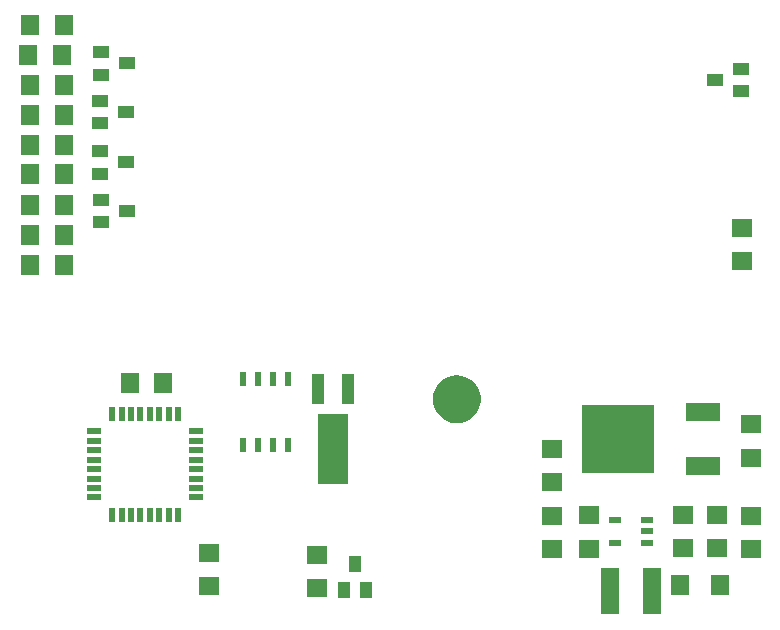
<source format=gtp>
G75*
%MOIN*%
%OFA0B0*%
%FSLAX25Y25*%
%IPPOS*%
%LPD*%
%AMOC8*
5,1,8,0,0,1.08239X$1,22.5*
%
%ADD10R,0.05512X0.03937*%
%ADD11C,0.07874*%
%ADD12R,0.07087X0.06299*%
%ADD13R,0.06299X0.07087*%
%ADD14R,0.02200X0.05000*%
%ADD15R,0.05000X0.02200*%
%ADD16R,0.24409X0.22835*%
%ADD17R,0.11811X0.06299*%
%ADD18R,0.03937X0.09843*%
%ADD19R,0.09843X0.23622*%
%ADD20R,0.07098X0.06299*%
%ADD21R,0.03937X0.05512*%
%ADD22R,0.02362X0.04724*%
%ADD23R,0.04331X0.02362*%
%ADD24R,0.05984X0.06614*%
%ADD25R,0.05906X0.15748*%
%ADD26R,0.06299X0.07098*%
D10*
X0052569Y0151960D03*
X0052569Y0159440D03*
X0061231Y0155700D03*
X0052369Y0168160D03*
X0052369Y0175640D03*
X0061031Y0171900D03*
X0052369Y0184960D03*
X0052369Y0192440D03*
X0052569Y0201160D03*
X0052569Y0208640D03*
X0061231Y0204900D03*
X0061031Y0188700D03*
X0257369Y0199300D03*
X0266031Y0195560D03*
X0266031Y0203040D03*
D11*
X0167306Y0092959D02*
X0167308Y0093084D01*
X0167314Y0093209D01*
X0167324Y0093333D01*
X0167338Y0093457D01*
X0167355Y0093581D01*
X0167377Y0093704D01*
X0167403Y0093826D01*
X0167432Y0093948D01*
X0167465Y0094068D01*
X0167503Y0094187D01*
X0167543Y0094306D01*
X0167588Y0094422D01*
X0167636Y0094537D01*
X0167688Y0094651D01*
X0167744Y0094763D01*
X0167803Y0094873D01*
X0167865Y0094981D01*
X0167931Y0095088D01*
X0168000Y0095192D01*
X0168073Y0095293D01*
X0168148Y0095393D01*
X0168227Y0095490D01*
X0168309Y0095584D01*
X0168394Y0095676D01*
X0168481Y0095765D01*
X0168572Y0095851D01*
X0168665Y0095934D01*
X0168761Y0096015D01*
X0168859Y0096092D01*
X0168959Y0096166D01*
X0169062Y0096237D01*
X0169167Y0096304D01*
X0169275Y0096369D01*
X0169384Y0096429D01*
X0169495Y0096487D01*
X0169608Y0096540D01*
X0169722Y0096590D01*
X0169838Y0096637D01*
X0169955Y0096679D01*
X0170074Y0096718D01*
X0170194Y0096754D01*
X0170315Y0096785D01*
X0170437Y0096813D01*
X0170559Y0096836D01*
X0170683Y0096856D01*
X0170807Y0096872D01*
X0170931Y0096884D01*
X0171056Y0096892D01*
X0171181Y0096896D01*
X0171305Y0096896D01*
X0171430Y0096892D01*
X0171555Y0096884D01*
X0171679Y0096872D01*
X0171803Y0096856D01*
X0171927Y0096836D01*
X0172049Y0096813D01*
X0172171Y0096785D01*
X0172292Y0096754D01*
X0172412Y0096718D01*
X0172531Y0096679D01*
X0172648Y0096637D01*
X0172764Y0096590D01*
X0172878Y0096540D01*
X0172991Y0096487D01*
X0173102Y0096429D01*
X0173212Y0096369D01*
X0173319Y0096304D01*
X0173424Y0096237D01*
X0173527Y0096166D01*
X0173627Y0096092D01*
X0173725Y0096015D01*
X0173821Y0095934D01*
X0173914Y0095851D01*
X0174005Y0095765D01*
X0174092Y0095676D01*
X0174177Y0095584D01*
X0174259Y0095490D01*
X0174338Y0095393D01*
X0174413Y0095293D01*
X0174486Y0095192D01*
X0174555Y0095088D01*
X0174621Y0094981D01*
X0174683Y0094873D01*
X0174742Y0094763D01*
X0174798Y0094651D01*
X0174850Y0094537D01*
X0174898Y0094422D01*
X0174943Y0094306D01*
X0174983Y0094187D01*
X0175021Y0094068D01*
X0175054Y0093948D01*
X0175083Y0093826D01*
X0175109Y0093704D01*
X0175131Y0093581D01*
X0175148Y0093457D01*
X0175162Y0093333D01*
X0175172Y0093209D01*
X0175178Y0093084D01*
X0175180Y0092959D01*
X0175178Y0092834D01*
X0175172Y0092709D01*
X0175162Y0092585D01*
X0175148Y0092461D01*
X0175131Y0092337D01*
X0175109Y0092214D01*
X0175083Y0092092D01*
X0175054Y0091970D01*
X0175021Y0091850D01*
X0174983Y0091731D01*
X0174943Y0091612D01*
X0174898Y0091496D01*
X0174850Y0091381D01*
X0174798Y0091267D01*
X0174742Y0091155D01*
X0174683Y0091045D01*
X0174621Y0090937D01*
X0174555Y0090830D01*
X0174486Y0090726D01*
X0174413Y0090625D01*
X0174338Y0090525D01*
X0174259Y0090428D01*
X0174177Y0090334D01*
X0174092Y0090242D01*
X0174005Y0090153D01*
X0173914Y0090067D01*
X0173821Y0089984D01*
X0173725Y0089903D01*
X0173627Y0089826D01*
X0173527Y0089752D01*
X0173424Y0089681D01*
X0173319Y0089614D01*
X0173211Y0089549D01*
X0173102Y0089489D01*
X0172991Y0089431D01*
X0172878Y0089378D01*
X0172764Y0089328D01*
X0172648Y0089281D01*
X0172531Y0089239D01*
X0172412Y0089200D01*
X0172292Y0089164D01*
X0172171Y0089133D01*
X0172049Y0089105D01*
X0171927Y0089082D01*
X0171803Y0089062D01*
X0171679Y0089046D01*
X0171555Y0089034D01*
X0171430Y0089026D01*
X0171305Y0089022D01*
X0171181Y0089022D01*
X0171056Y0089026D01*
X0170931Y0089034D01*
X0170807Y0089046D01*
X0170683Y0089062D01*
X0170559Y0089082D01*
X0170437Y0089105D01*
X0170315Y0089133D01*
X0170194Y0089164D01*
X0170074Y0089200D01*
X0169955Y0089239D01*
X0169838Y0089281D01*
X0169722Y0089328D01*
X0169608Y0089378D01*
X0169495Y0089431D01*
X0169384Y0089489D01*
X0169274Y0089549D01*
X0169167Y0089614D01*
X0169062Y0089681D01*
X0168959Y0089752D01*
X0168859Y0089826D01*
X0168761Y0089903D01*
X0168665Y0089984D01*
X0168572Y0090067D01*
X0168481Y0090153D01*
X0168394Y0090242D01*
X0168309Y0090334D01*
X0168227Y0090428D01*
X0168148Y0090525D01*
X0168073Y0090625D01*
X0168000Y0090726D01*
X0167931Y0090830D01*
X0167865Y0090937D01*
X0167803Y0091045D01*
X0167744Y0091155D01*
X0167688Y0091267D01*
X0167636Y0091381D01*
X0167588Y0091496D01*
X0167543Y0091612D01*
X0167503Y0091731D01*
X0167465Y0091850D01*
X0167432Y0091970D01*
X0167403Y0092092D01*
X0167377Y0092214D01*
X0167355Y0092337D01*
X0167338Y0092461D01*
X0167324Y0092585D01*
X0167314Y0092709D01*
X0167308Y0092834D01*
X0167306Y0092959D01*
D12*
X0203043Y0076271D03*
X0203043Y0065247D03*
X0202981Y0054143D03*
X0202981Y0043119D03*
X0257870Y0043424D03*
X0257870Y0054448D03*
X0269322Y0054054D03*
X0269322Y0043031D03*
X0269254Y0073547D03*
X0269254Y0084571D03*
D13*
X0073254Y0098459D03*
X0062231Y0098459D03*
D14*
X0056319Y0054359D03*
X0059469Y0054359D03*
X0062618Y0054359D03*
X0065768Y0054359D03*
X0068917Y0054359D03*
X0072067Y0054359D03*
X0075217Y0054359D03*
X0078366Y0054359D03*
X0078366Y0088159D03*
X0075217Y0088159D03*
X0072067Y0088159D03*
X0068917Y0088159D03*
X0065768Y0088159D03*
X0062618Y0088159D03*
X0059469Y0088159D03*
X0056319Y0088159D03*
D15*
X0050443Y0082283D03*
X0050443Y0079133D03*
X0050443Y0075983D03*
X0050443Y0072834D03*
X0050443Y0069684D03*
X0050443Y0066535D03*
X0050443Y0063385D03*
X0050443Y0060235D03*
X0084243Y0060235D03*
X0084243Y0063385D03*
X0084243Y0066535D03*
X0084243Y0069684D03*
X0084243Y0072834D03*
X0084243Y0075983D03*
X0084243Y0079133D03*
X0084243Y0082283D03*
D16*
X0225072Y0079759D03*
D17*
X0253340Y0070783D03*
X0253340Y0088735D03*
D18*
X0134843Y0096259D03*
X0124843Y0096259D03*
D19*
X0129843Y0076259D03*
D20*
X0124559Y0041134D03*
X0124559Y0029937D03*
X0088541Y0030644D03*
X0088541Y0041841D03*
X0215433Y0043208D03*
X0215433Y0054405D03*
X0246470Y0054535D03*
X0246470Y0043338D03*
X0266200Y0138902D03*
X0266200Y0150098D03*
D21*
X0137243Y0038124D03*
X0140983Y0029462D03*
X0133502Y0029462D03*
D22*
X0114843Y0077735D03*
X0109843Y0077735D03*
X0104843Y0077735D03*
X0099843Y0077735D03*
X0099843Y0099783D03*
X0104843Y0099783D03*
X0109843Y0099783D03*
X0114843Y0099783D03*
D23*
X0224055Y0052676D03*
X0224055Y0045196D03*
X0234685Y0045196D03*
X0234685Y0048936D03*
X0234685Y0052676D03*
D24*
X0245709Y0030905D03*
X0259094Y0030905D03*
D25*
X0236457Y0028936D03*
X0222283Y0028936D03*
D26*
X0040198Y0137600D03*
X0040198Y0147600D03*
X0040198Y0157800D03*
X0029002Y0157800D03*
X0029002Y0147600D03*
X0029002Y0137600D03*
X0029002Y0168100D03*
X0029002Y0177600D03*
X0029002Y0187600D03*
X0029002Y0197600D03*
X0028302Y0207600D03*
X0029002Y0217600D03*
X0040198Y0217600D03*
X0039498Y0207600D03*
X0040198Y0197600D03*
X0040198Y0187600D03*
X0040198Y0177600D03*
X0040198Y0168100D03*
M02*

</source>
